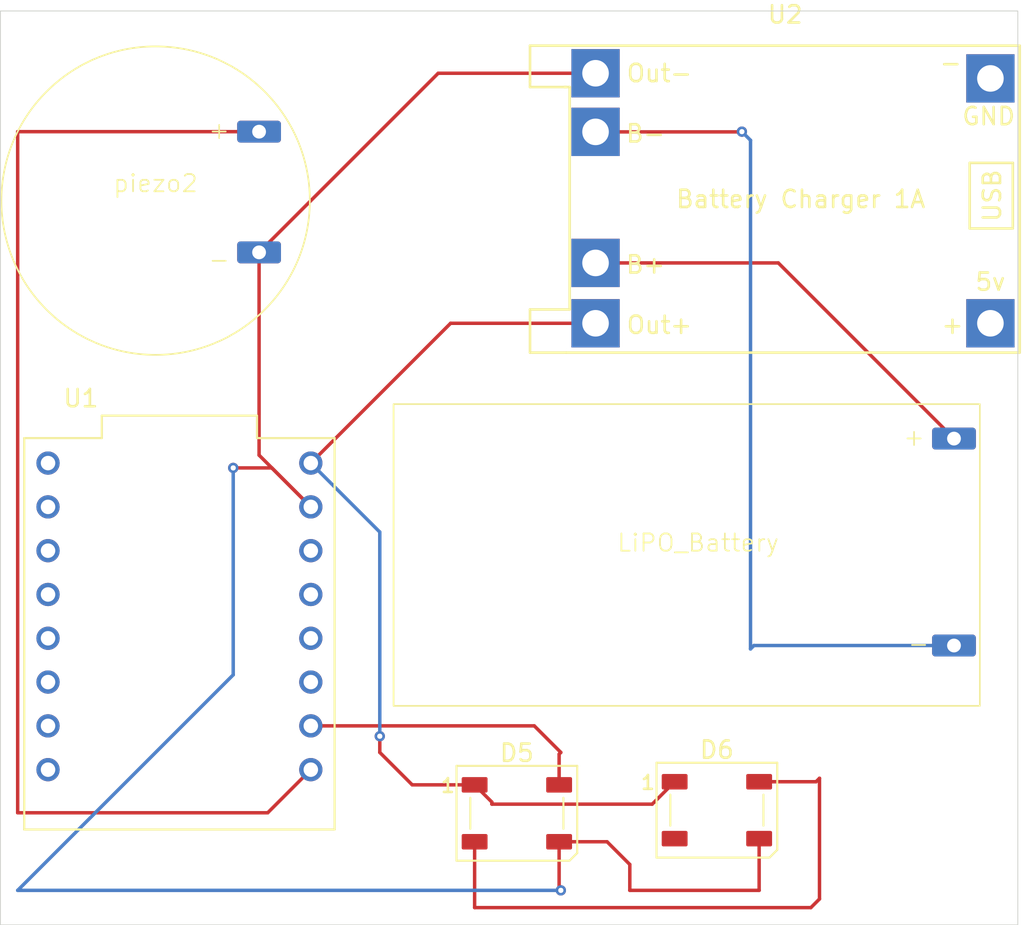
<source format=kicad_pcb>
(kicad_pcb (version 20241229) (generator "pcbnew") (generator_version "9.0")
  (layers (0 "F.Cu" signal) (2 "B.Cu" signal) (13 "F.Paste" user) (15 "B.Paste" user) (5 "F.SilkS" user "F.Silkscreen") (7 "B.SilkS" user "B.Silkscreen") (1 "F.Mask" user) (3 "B.Mask" user) (25 "Edge.Cuts" user))
  (net 0 "")
  (net 1 "Net-(D5-DOUT)")
  (net 2 "Net-(D5-VDD)")
  (net 3 "Net-(D5-DIN)")
  (net 4 "Net-(D5-VSS)")
  (net 15 "Net-(U1-GPIO0)")
  (net 20 "Net-(U2-B+)")
  (net 22 "Net-(U2-B-)")
  (footprint "charger:TP4056-18650" (layer "F.Cu") (at 208.6125 88.3125 180)
    (property "Reference" "U2" (at 13.6 19.6 0) (layer "F.SilkS"))
    (property "Value" "Charger_Module")
    (fp_line (start 28.4 17.8) (end 0 17.8) (stroke (width 0.15)) (layer "F.SilkS"))
    (fp_line (start 28.4 15.7) (end 28.4 17.8) (stroke (width 0.15)) (layer "F.SilkS"))
    (fp_line (start 28.4 15.4) (end 28.4 15.7) (stroke (width 0.15)) (layer "F.SilkS"))
    (fp_line (start 28.4 2.5) (end 26.1 2.5) (stroke (width 0.15)) (layer "F.SilkS"))
    (fp_line (start 28.4 0) (end 28.4 2.5) (stroke (width 0.15)) (layer "F.SilkS"))
    (fp_line (start 26.3 15.4) (end 28.4 15.4) (stroke (width 0.15)) (layer "F.SilkS"))
    (fp_line (start 26.3 0) (end 28.4 0) (stroke (width 0.15)) (layer "F.SilkS"))
    (fp_line (start 26.1 15.4) (end 26.4 15.4) (stroke (width 0.15)) (layer "F.SilkS"))
    (fp_line (start 26.1 2.5) (end 26.1 15.4) (stroke (width 0.15)) (layer "F.SilkS"))
    (fp_line (start 2.9 11) (end 0.4 11) (stroke (width 0.15)) (layer "F.SilkS"))
    (fp_line (start 2.9 7.2) (end 2.9 11) (stroke (width 0.15)) (layer "F.SilkS"))
    (fp_line (start 0.4 11) (end 0.4 7.3) (stroke (width 0.15)) (layer "F.SilkS"))
    (fp_line (start 0.4 7.2) (end 2.9 7.2) (stroke (width 0.15)) (layer "F.SilkS"))
    (fp_line (start 0 17.8) (end 0 0) (stroke (width 0.15)) (layer "F.SilkS"))
    (fp_line (start 0 0) (end 26.3 0) (stroke (width 0.15)) (layer "F.SilkS"))
    (fp_text user "B+" (at 21.7 5.1 0) (layer "F.SilkS"))
    (fp_text user "Battery Charger 1A" (at 12.7 8.9 0) (layer "F.SilkS"))
    (fp_text user "+" (at 3.9 1.6 0) (layer "F.SilkS"))
    (fp_text user "Out+" (at 20.9 1.6 0) (layer "F.SilkS"))
    (fp_text user "USB" (at 1.6 9.1 90) (layer "F.SilkS"))
    (fp_text user "5v" (at 1.7 4.1 0) (layer "F.SilkS"))
    (fp_text user "B-" (at 21.7 12.7 0) (layer "F.SilkS"))
    (fp_text user "Out-" (at 20.9 16.2 0) (layer "F.SilkS"))
    (fp_text user "GND" (at 1.8 13.7 0) (layer "F.SilkS"))
    (fp_text user "-" (at 4 16.8 0) (layer "F.SilkS"))
    (pad "1" thru_hole rect (at 1.7 1.7 180) (size 2.8 2.8) (drill 1.54) (layers "*.Cu" "*.Mask"))
    (pad "2" thru_hole rect (at 1.7 15.9 180) (size 2.8 2.8) (drill 1.54) (layers "*.Cu" "*.Mask"))
    (pad "3" thru_hole rect (at 24.6 1.7 180) (size 2.8 2.8) (drill 1.54) (layers "*.Cu" "*.Mask") (net 2 "Net-(D5-VDD)"))
    (pad "4" thru_hole rect (at 24.6 16.2 180) (size 2.8 2.8) (drill 1.54) (layers "*.Cu" "*.Mask") (net 4 "Net-(D5-VSS)"))
    (pad "5" thru_hole rect (at 24.6 5.2 180) (size 2.8 2.8) (drill 1.54) (layers "*.Cu" "*.Mask") (net 20 "Net-(U2-B+)"))
    (pad "6" thru_hole rect (at 24.6 12.8 180) (size 2.8 2.8) (drill 1.54) (layers "*.Cu" "*.Mask") (net 22 "Net-(U2-B-)"))
  )
  (footprint "charger:piezo" (layer "F.Cu") (at 158.5 79)
    (property "Reference" "piezo2" (at 0 -0.5 0) (layer "F.SilkS") (effects (font (thickness 0.1))))
    (property "Value" "~")
    (fp_circle (center 0 0.5) (end 8 4.5) (stroke (width 0.1)) (fill no) (layer "F.SilkS"))
    (fp_text user "+" (at 3 -3 0) (layer "F.SilkS") (effects (font (thickness 0.1)) (justify left bottom)))
    (fp_text user "-" (at 3 4.5 0) (layer "F.SilkS") (effects (font (thickness 0.1)) (justify left bottom)))
    (pad "1" thru_hole roundrect (at 6 -3.5) (size 2.54 1.27) (drill 0.8) (layers "*.Cu" "*.Mask") (roundrect_rratio 0.15) (net 15 "Net-(U1-GPIO0)"))
    (pad "2" thru_hole roundrect (at 6 3.5) (size 2.54 1.27) (drill 0.8) (layers "*.Cu" "*.Mask") (roundrect_rratio 0.15) (net 4 "Net-(D5-VSS)"))
  )
  (footprint "LED_SMD:LED_WS2812B_PLCC4_5.0x5.0mm_P3.2mm" (layer "F.Cu") (at 191.05 114.85)
    (property "Reference" "D6" (at 0 -3.5 0) (layer "F.SilkS"))
    (property "Value" "WS2812B")
    (fp_line (start -3.5 -2.75) (end -3.5 2.75) (stroke (width 0.12)) (layer "F.SilkS"))
    (fp_line (start -3.5 -2.75) (end 3.5 -2.75) (stroke (width 0.12)) (layer "F.SilkS"))
    (fp_line (start -3.5 2.75) (end 3.05 2.75) (stroke (width 0.12)) (layer "F.SilkS"))
    (fp_line (start -2.7 0.9) (end -2.7 -0.9) (stroke (width 0.12)) (layer "F.SilkS"))
    (fp_line (start 2.7 0.9) (end 2.7 -0.9) (stroke (width 0.12)) (layer "F.SilkS"))
    (fp_line (start 3.05 2.75) (end 3.5 2.3) (stroke (width 0.12)) (layer "F.SilkS"))
    (fp_line (start 3.5 2.3) (end 3.5 -2.75) (stroke (width 0.12)) (layer "F.SilkS"))
    (fp_text user "1" (at -4 -1.6 0) (layer "F.SilkS") (effects (font (size 0.8 0.8))))
    (pad "1" smd roundrect (at -2.45 -1.65) (size 1.5 0.9) (layers "F.Cu" "F.Mask" "F.Paste") (roundrect_rratio 0.1) (net 2 "Net-(D5-VDD)"))
    (pad "2" smd roundrect (at -2.45 1.65) (size 1.5 0.9) (layers "F.Cu" "F.Mask" "F.Paste") (roundrect_rratio 0.1))
    (pad "3" smd roundrect (at 2.45 1.65) (size 1.5 0.9) (layers "F.Cu" "F.Mask" "F.Paste") (roundrect_rratio 0.1) (net 4 "Net-(D5-VSS)"))
    (pad "4" smd roundrect (at 2.45 -1.65) (size 1.5 0.9) (layers "F.Cu" "F.Mask" "F.Paste") (roundrect_rratio 0.1) (net 1 "Net-(D5-DOUT)"))
  )
  (footprint "esp32:MODULE_ESP32-C3_SUPERMINI_TH" (layer "F.Cu") (at 159.88 104.62)
    (property "Reference" "U1" (at -5.715 -13.6525 0) (layer "F.SilkS"))
    (property "Value" "ESP32-C3_SUPERMINI_TH")
    (fp_line (start -9 11.35) (end -9 -11.35) (stroke (width 0.127)) (layer "F.SilkS"))
    (fp_line (start -4.5 -12.65) (end -4.5 -11.35) (stroke (width 0.127)) (layer "F.SilkS"))
    (fp_line (start -4.5 -11.35) (end -9 -11.35) (stroke (width 0.127)) (layer "F.SilkS"))
    (fp_line (start 4.5 -12.65) (end -4.5 -12.65) (stroke (width 0.127)) (layer "F.SilkS"))
    (fp_line (start 4.5 -12.65) (end 4.5 -11.35) (stroke (width 0.127)) (layer "F.SilkS"))
    (fp_line (start 9 -11.35) (end 4.5 -11.35) (stroke (width 0.127)) (layer "F.SilkS"))
    (fp_line (start 9 11.35) (end -9 11.35) (stroke (width 0.127)) (layer "F.SilkS"))
    (fp_line (start 9 11.35) (end 9 -11.35) (stroke (width 0.127)) (layer "F.SilkS"))
    (pad "0" thru_hole circle (at 7.62 7.88) (size 1.348 1.348) (drill 0.84) (layers "*.Cu" "*.Mask") (net 15 "Net-(U1-GPIO0)"))
    (pad "1" thru_hole circle (at 7.62 5.34) (size 1.348 1.348) (drill 0.84) (layers "*.Cu" "*.Mask") (net 3 "Net-(D5-DIN)"))
    (pad "2" thru_hole circle (at 7.62 2.8) (size 1.348 1.348) (drill 0.84) (layers "*.Cu" "*.Mask"))
    (pad "3" thru_hole circle (at 7.62 0.26) (size 1.348 1.348) (drill 0.84) (layers "*.Cu" "*.Mask"))
    (pad "3.3" thru_hole circle (at 7.62 -4.82) (size 1.348 1.348) (drill 0.84) (layers "*.Cu" "*.Mask"))
    (pad "4" thru_hole circle (at 7.62 -2.28) (size 1.348 1.348) (drill 0.84) (layers "*.Cu" "*.Mask"))
    (pad "5" thru_hole circle (at -7.62 -9.9) (size 1.348 1.348) (drill 0.84) (layers "*.Cu" "*.Mask"))
    (pad "5V" thru_hole circle (at 7.62 -9.9) (size 1.348 1.348) (drill 0.84) (layers "*.Cu" "*.Mask") (net 2 "Net-(D5-VDD)"))
    (pad "6" thru_hole circle (at -7.62 -7.36) (size 1.348 1.348) (drill 0.84) (layers "*.Cu" "*.Mask"))
    (pad "7" thru_hole circle (at -7.62 -4.82) (size 1.348 1.348) (drill 0.84) (layers "*.Cu" "*.Mask"))
    (pad "8" thru_hole circle (at -7.62 -2.28) (size 1.348 1.348) (drill 0.84) (layers "*.Cu" "*.Mask"))
    (pad "9" thru_hole circle (at -7.62 0.26) (size 1.348 1.348) (drill 0.84) (layers "*.Cu" "*.Mask"))
    (pad "10" thru_hole circle (at -7.62 2.8) (size 1.348 1.348) (drill 0.84) (layers "*.Cu" "*.Mask"))
    (pad "20" thru_hole circle (at -7.62 5.34) (size 1.348 1.348) (drill 0.84) (layers "*.Cu" "*.Mask"))
    (pad "21" thru_hole circle (at -7.62 7.88) (size 1.348 1.348) (drill 0.84) (layers "*.Cu" "*.Mask"))
    (pad "G" thru_hole circle (at 7.62 -7.36) (size 1.348 1.348) (drill 0.84) (layers "*.Cu" "*.Mask") (net 4 "Net-(D5-VSS)"))
  )
  (footprint "charger:LiPo" (layer "F.Cu") (at 189.3 99.3)
    (property "Reference" "LiPO_Battery" (at 0.664272 0.044272 0) (layer "F.SilkS") (effects (font (thickness 0.1))))
    (property "Value" "~")
    (fp_rect (start -17 -8) (end 17 9.5) (stroke (width 0.1)) (fill no) (layer "F.SilkS"))
    (fp_text user "+" (at 12.5 -5.5 0) (layer "F.SilkS") (effects (font (thickness 0.1)) (justify left bottom)))
    (fp_text user "_" (at 13 6 0) (layer "F.SilkS") (effects (font (thickness 0.1)) (justify left bottom)))
    (pad "1" thru_hole roundrect (at 15.5 -6) (size 2.54 1.27) (drill 0.8) (layers "*.Cu" "*.Mask") (roundrect_rratio 0.15) (net 20 "Net-(U2-B+)"))
    (pad "2" thru_hole roundrect (at 15.5 6) (size 2.54 1.27) (drill 0.8) (layers "*.Cu" "*.Mask") (roundrect_rratio 0.15) (net 22 "Net-(U2-B-)"))
  )
  (footprint "LED_SMD:LED_WS2812B_PLCC4_5.0x5.0mm_P3.2mm" (layer "F.Cu") (at 179.45 115.03)
    (property "Reference" "D5" (at 0 -3.5 0) (layer "F.SilkS"))
    (property "Value" "WS2812B")
    (fp_line (start -3.5 -2.75) (end -3.5 2.75) (stroke (width 0.12)) (layer "F.SilkS"))
    (fp_line (start -3.5 -2.75) (end 3.5 -2.75) (stroke (width 0.12)) (layer "F.SilkS"))
    (fp_line (start -3.5 2.75) (end 3.05 2.75) (stroke (width 0.12)) (layer "F.SilkS"))
    (fp_line (start -2.7 0.9) (end -2.7 -0.9) (stroke (width 0.12)) (layer "F.SilkS"))
    (fp_line (start 2.7 0.9) (end 2.7 -0.9) (stroke (width 0.12)) (layer "F.SilkS"))
    (fp_line (start 3.05 2.75) (end 3.5 2.3) (stroke (width 0.12)) (layer "F.SilkS"))
    (fp_line (start 3.5 2.3) (end 3.5 -2.75) (stroke (width 0.12)) (layer "F.SilkS"))
    (fp_text user "1" (at -4 -1.6 0) (layer "F.SilkS") (effects (font (size 0.8 0.8))))
    (pad "1" smd roundrect (at -2.45 -1.65) (size 1.5 0.9) (layers "F.Cu" "F.Mask" "F.Paste") (roundrect_rratio 0.1) (net 2 "Net-(D5-VDD)"))
    (pad "2" smd roundrect (at -2.45 1.65) (size 1.5 0.9) (layers "F.Cu" "F.Mask" "F.Paste") (roundrect_rratio 0.1) (net 1 "Net-(D5-DOUT)"))
    (pad "3" smd roundrect (at 2.45 1.65) (size 1.5 0.9) (layers "F.Cu" "F.Mask" "F.Paste") (roundrect_rratio 0.1) (net 4 "Net-(D5-VSS)"))
    (pad "4" smd roundrect (at 2.45 -1.65) (size 1.5 0.9) (layers "F.Cu" "F.Mask" "F.Paste") (roundrect_rratio 0.1) (net 3 "Net-(D5-DIN)"))
  )
  (gr_rect (start 149.5 68.5) (end 208.5 121.5) (stroke (width 0.05)) (fill no) (layer "Edge.Cuts"))
  (segment (start 177 120.5) (end 196.5 120.5) (width 0.2) (layer "F.Cu") (net 1))
  (segment (start 197 113) (end 196.8 113.2) (width 0.2) (layer "F.Cu") (net 1))
  (segment (start 196.8 113.2) (end 193.5 113.2) (width 0.2) (layer "F.Cu") (net 1))
  (segment (start 197 120) (end 197 113) (width 0.2) (layer "F.Cu") (net 1))
  (segment (start 177 116.68) (end 177 120.5) (width 0.2) (layer "F.Cu") (net 1))
  (segment (start 196.5 120.5) (end 197 120) (width 0.2) (layer "F.Cu") (net 1))
  (segment (start 177 113.38) (end 173.38 113.38) (width 0.2) (layer "F.Cu") (net 2))
  (segment (start 178 114.38) (end 177 113.38) (width 0.2) (layer "F.Cu") (net 2))
  (segment (start 187.3 114.5) (end 178 114.5) (width 0.2) (layer "F.Cu") (net 2))
  (segment (start 171.5 111.5) (end 171.5 110.56) (width 0.2) (layer "F.Cu") (net 2))
  (segment (start 175.6075 86.6125) (end 167.5 94.72) (width 0.2) (layer "F.Cu") (net 2))
  (segment (start 178 114.5) (end 178 114.38) (width 0.2) (layer "F.Cu") (net 2))
  (segment (start 188.6 113.2) (end 187.3 114.5) (width 0.2) (layer "F.Cu") (net 2))
  (segment (start 173.38 113.38) (end 171.5 111.5) (width 0.2) (layer "F.Cu") (net 2))
  (segment (start 184.0125 86.6125) (end 175.6075 86.6125) (width 0.2) (layer "F.Cu") (net 2))
  (via (at 171.5 110.56) (size 0.6) (drill 0.3) (layers "F.Cu" "B.Cu") (net 2))
  (segment (start 171.5 110.56) (end 171.5 98.72) (width 0.2) (layer "B.Cu") (net 2))
  (segment (start 171.5 98.72) (end 167.5 94.72) (width 0.2) (layer "B.Cu") (net 2))
  (segment (start 181.9 111.6) (end 182 111.5) (width 0.2) (layer "F.Cu") (net 3))
  (segment (start 182 111.5) (end 180.46 109.96) (width 0.2) (layer "F.Cu") (net 3))
  (segment (start 180.46 109.96) (end 167.5 109.96) (width 0.2) (layer "F.Cu") (net 3))
  (segment (start 181.9 113.38) (end 181.9 111.6) (width 0.2) (layer "F.Cu") (net 3))
  (segment (start 186 118) (end 186 119.5) (width 0.2) (layer "F.Cu") (net 4))
  (segment (start 184.68 116.68) (end 186 118) (width 0.2) (layer "F.Cu") (net 4))
  (segment (start 167.5 97.26) (end 165.24 95) (width 0.2) (layer "F.Cu") (net 4))
  (segment (start 184.0125 72.1125) (end 174.8875 72.1125) (width 0.2) (layer "F.Cu") (net 4))
  (segment (start 181.9 116.68) (end 181.9 119.4) (width 0.2) (layer "F.Cu") (net 4))
  (segment (start 181.9 119.4) (end 182 119.5) (width 0.2) (layer "F.Cu") (net 4))
  (segment (start 164.5 94.26) (end 167.5 97.26) (width 0.2) (layer "F.Cu") (net 4))
  (segment (start 181.9 116.68) (end 184.68 116.68) (width 0.2) (layer "F.Cu") (net 4))
  (segment (start 165.24 95) (end 163 95) (width 0.2) (layer "F.Cu") (net 4))
  (segment (start 193.5 119.5) (end 193.5 116.5) (width 0.2) (layer "F.Cu") (net 4))
  (segment (start 186 119.5) (end 193.5 119.5) (width 0.2) (layer "F.Cu") (net 4))
  (segment (start 164.5 82.5) (end 164.5 94.26) (width 0.2) (layer "F.Cu") (net 4))
  (segment (start 174.8875 72.1125) (end 164.5 82.5) (width 0.2) (layer "F.Cu") (net 4))
  (via (at 163 95) (size 0.6) (drill 0.3) (layers "F.Cu" "B.Cu") (net 4))
  (via (at 182 119.5) (size 0.6) (drill 0.3) (layers "F.Cu" "B.Cu") (net 4))
  (segment (start 182 119.5) (end 150.5 119.5) (width 0.2) (layer "B.Cu") (net 4))
  (segment (start 163 107) (end 163 95) (width 0.2) (layer "B.Cu") (net 4))
  (segment (start 150.5 119.5) (end 163 107) (width 0.2) (layer "B.Cu") (net 4))
  (segment (start 164.5 75.5) (end 150.5 75.5) (width 0.2) (layer "F.Cu") (net 15))
  (segment (start 150.5 115) (end 165 115) (width 0.2) (layer "F.Cu") (net 15))
  (segment (start 150.5 75.5) (end 150.5 115) (width 0.2) (layer "F.Cu") (net 15))
  (segment (start 165 115) (end 167.5 112.5) (width 0.2) (layer "F.Cu") (net 15))
  (segment (start 194.6125 83.1125) (end 204.8 93.3) (width 0.2) (layer "F.Cu") (net 20))
  (segment (start 184.0125 83.1125) (end 194.6125 83.1125) (width 0.2) (layer "F.Cu") (net 20))
  (segment (start 184.0125 75.5125) (end 192.4875 75.5125) (width 0.2) (layer "F.Cu") (net 22))
  (segment (start 192.4875 75.5125) (end 192.5 75.5) (width 0.2) (layer "F.Cu") (net 22))
  (via (at 192.5 75.5) (size 0.6) (drill 0.3) (layers "F.Cu" "B.Cu") (net 22))
  (segment (start 193 76) (end 193 105.5) (width 0.2) (layer "B.Cu") (net 22))
  (segment (start 193.2 105.3) (end 204.8 105.3) (width 0.2) (layer "B.Cu") (net 22))
  (segment (start 193 105.5) (end 193.2 105.3) (width 0.2) (layer "B.Cu") (net 22))
  (segment (start 192.5 75.5) (end 193 76) (width 0.2) (layer "B.Cu") (net 22))
)
</source>
